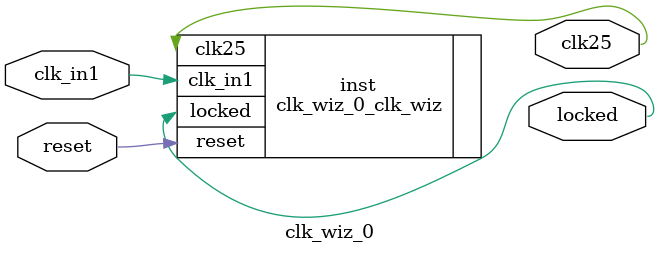
<source format=v>


`timescale 1ps/1ps

(* CORE_GENERATION_INFO = "clk_wiz_0,clk_wiz_v6_0_3_0_0,{component_name=clk_wiz_0,use_phase_alignment=true,use_min_o_jitter=false,use_max_i_jitter=false,use_dyn_phase_shift=false,use_inclk_switchover=false,use_dyn_reconfig=false,enable_axi=0,feedback_source=FDBK_AUTO,PRIMITIVE=PLL,num_out_clk=1,clkin1_period=10.000,clkin2_period=10.000,use_power_down=false,use_reset=true,use_locked=true,use_inclk_stopped=false,feedback_type=SINGLE,CLOCK_MGR_TYPE=NA,manual_override=false}" *)

module clk_wiz_0 
 (
  // Clock out ports
  output        clk25,
  // Status and control signals
  input         reset,
  output        locked,
 // Clock in ports
  input         clk_in1
 );

  clk_wiz_0_clk_wiz inst
  (
  // Clock out ports  
  .clk25(clk25),
  // Status and control signals               
  .reset(reset), 
  .locked(locked),
 // Clock in ports
  .clk_in1(clk_in1)
  );

endmodule

</source>
